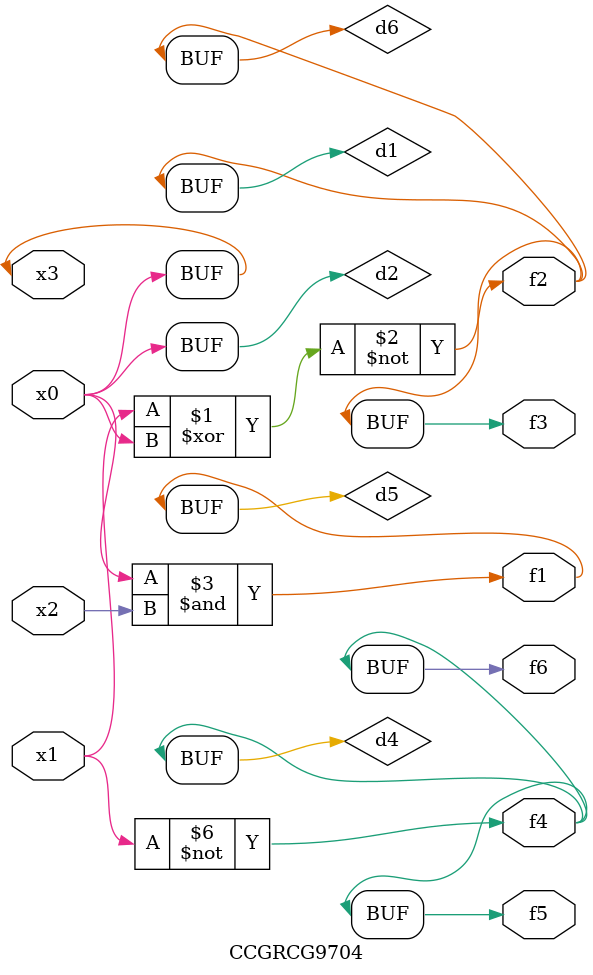
<source format=v>
module CCGRCG9704(
	input x0, x1, x2, x3,
	output f1, f2, f3, f4, f5, f6
);

	wire d1, d2, d3, d4, d5, d6;

	xnor (d1, x1, x3);
	buf (d2, x0, x3);
	nand (d3, x0, x2);
	not (d4, x1);
	nand (d5, d3);
	or (d6, d1);
	assign f1 = d5;
	assign f2 = d6;
	assign f3 = d6;
	assign f4 = d4;
	assign f5 = d4;
	assign f6 = d4;
endmodule

</source>
